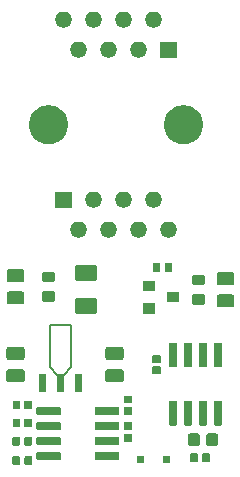
<source format=gbr>
G04 #@! TF.GenerationSoftware,KiCad,Pcbnew,(5.1.5)-3*
G04 #@! TF.CreationDate,2021-02-08T22:28:45-08:00*
G04 #@! TF.ProjectId,MoistureSensor,4d6f6973-7475-4726-9553-656e736f722e,rev?*
G04 #@! TF.SameCoordinates,Original*
G04 #@! TF.FileFunction,Soldermask,Top*
G04 #@! TF.FilePolarity,Negative*
%FSLAX46Y46*%
G04 Gerber Fmt 4.6, Leading zero omitted, Abs format (unit mm)*
G04 Created by KiCad (PCBNEW (5.1.5)-3) date 2021-02-08 22:28:45*
%MOMM*%
%LPD*%
G04 APERTURE LIST*
%ADD10C,0.152400*%
%ADD11C,0.100000*%
G04 APERTURE END LIST*
D10*
X135915400Y-68148200D02*
X135356600Y-68148200D01*
X135915400Y-68148200D02*
X135915400Y-68148200D01*
X136550400Y-67513200D02*
X135915400Y-68148200D01*
X136550400Y-63931800D02*
X136550400Y-67513200D01*
X134721600Y-63931800D02*
X136550400Y-63931800D01*
X134721600Y-67513200D02*
X134721600Y-63931800D01*
X135356600Y-68148200D02*
X134721600Y-67513200D01*
X135356600Y-68148200D02*
X135356600Y-68148200D01*
D11*
G36*
X132129497Y-75069476D02*
G01*
X132147774Y-75075020D01*
X132164608Y-75084018D01*
X132179368Y-75096132D01*
X132191482Y-75110892D01*
X132200480Y-75127726D01*
X132206024Y-75146003D01*
X132208500Y-75171140D01*
X132208500Y-75704860D01*
X132206024Y-75729997D01*
X132200480Y-75748274D01*
X132191482Y-75765108D01*
X132179368Y-75779868D01*
X132164608Y-75791982D01*
X132147774Y-75800980D01*
X132129497Y-75806524D01*
X132104360Y-75809000D01*
X131670640Y-75809000D01*
X131645503Y-75806524D01*
X131627226Y-75800980D01*
X131610392Y-75791982D01*
X131595632Y-75779868D01*
X131583518Y-75765108D01*
X131574520Y-75748274D01*
X131568976Y-75729997D01*
X131566500Y-75704860D01*
X131566500Y-75171140D01*
X131568976Y-75146003D01*
X131574520Y-75127726D01*
X131583518Y-75110892D01*
X131595632Y-75096132D01*
X131610392Y-75084018D01*
X131627226Y-75075020D01*
X131645503Y-75069476D01*
X131670640Y-75067000D01*
X132104360Y-75067000D01*
X132129497Y-75069476D01*
G37*
G36*
X133149497Y-75069476D02*
G01*
X133167774Y-75075020D01*
X133184608Y-75084018D01*
X133199368Y-75096132D01*
X133211482Y-75110892D01*
X133220480Y-75127726D01*
X133226024Y-75146003D01*
X133228500Y-75171140D01*
X133228500Y-75704860D01*
X133226024Y-75729997D01*
X133220480Y-75748274D01*
X133211482Y-75765108D01*
X133199368Y-75779868D01*
X133184608Y-75791982D01*
X133167774Y-75800980D01*
X133149497Y-75806524D01*
X133124360Y-75809000D01*
X132690640Y-75809000D01*
X132665503Y-75806524D01*
X132647226Y-75800980D01*
X132630392Y-75791982D01*
X132615632Y-75779868D01*
X132603518Y-75765108D01*
X132594520Y-75748274D01*
X132588976Y-75729997D01*
X132586500Y-75704860D01*
X132586500Y-75171140D01*
X132588976Y-75146003D01*
X132594520Y-75127726D01*
X132603518Y-75110892D01*
X132615632Y-75096132D01*
X132630392Y-75084018D01*
X132647226Y-75075020D01*
X132665503Y-75069476D01*
X132690640Y-75067000D01*
X133124360Y-75067000D01*
X133149497Y-75069476D01*
G37*
G36*
X144911000Y-75612000D02*
G01*
X144309000Y-75612000D01*
X144309000Y-75010000D01*
X144911000Y-75010000D01*
X144911000Y-75612000D01*
G37*
G36*
X142711000Y-75612000D02*
G01*
X142109000Y-75612000D01*
X142109000Y-75010000D01*
X142711000Y-75010000D01*
X142711000Y-75612000D01*
G37*
G36*
X148198997Y-74815476D02*
G01*
X148217274Y-74821020D01*
X148234108Y-74830018D01*
X148248868Y-74842132D01*
X148260982Y-74856892D01*
X148269980Y-74873726D01*
X148275524Y-74892003D01*
X148278000Y-74917140D01*
X148278000Y-75450860D01*
X148275524Y-75475997D01*
X148269980Y-75494274D01*
X148260982Y-75511108D01*
X148248868Y-75525868D01*
X148234108Y-75537982D01*
X148217274Y-75546980D01*
X148198997Y-75552524D01*
X148173860Y-75555000D01*
X147740140Y-75555000D01*
X147715003Y-75552524D01*
X147696726Y-75546980D01*
X147679892Y-75537982D01*
X147665132Y-75525868D01*
X147653018Y-75511108D01*
X147644020Y-75494274D01*
X147638476Y-75475997D01*
X147636000Y-75450860D01*
X147636000Y-74917140D01*
X147638476Y-74892003D01*
X147644020Y-74873726D01*
X147653018Y-74856892D01*
X147665132Y-74842132D01*
X147679892Y-74830018D01*
X147696726Y-74821020D01*
X147715003Y-74815476D01*
X147740140Y-74813000D01*
X148173860Y-74813000D01*
X148198997Y-74815476D01*
G37*
G36*
X147178997Y-74815476D02*
G01*
X147197274Y-74821020D01*
X147214108Y-74830018D01*
X147228868Y-74842132D01*
X147240982Y-74856892D01*
X147249980Y-74873726D01*
X147255524Y-74892003D01*
X147258000Y-74917140D01*
X147258000Y-75450860D01*
X147255524Y-75475997D01*
X147249980Y-75494274D01*
X147240982Y-75511108D01*
X147228868Y-75525868D01*
X147214108Y-75537982D01*
X147197274Y-75546980D01*
X147178997Y-75552524D01*
X147153860Y-75555000D01*
X146720140Y-75555000D01*
X146695003Y-75552524D01*
X146676726Y-75546980D01*
X146659892Y-75537982D01*
X146645132Y-75525868D01*
X146633018Y-75511108D01*
X146624020Y-75494274D01*
X146618476Y-75475997D01*
X146616000Y-75450860D01*
X146616000Y-74917140D01*
X146618476Y-74892003D01*
X146624020Y-74873726D01*
X146633018Y-74856892D01*
X146645132Y-74842132D01*
X146659892Y-74830018D01*
X146676726Y-74821020D01*
X146695003Y-74815476D01*
X146720140Y-74813000D01*
X147153860Y-74813000D01*
X147178997Y-74815476D01*
G37*
G36*
X140506428Y-74708764D02*
G01*
X140527509Y-74715160D01*
X140546945Y-74725548D01*
X140563976Y-74739524D01*
X140577952Y-74756555D01*
X140588340Y-74775991D01*
X140594736Y-74797072D01*
X140597500Y-74825140D01*
X140597500Y-75288860D01*
X140594736Y-75316928D01*
X140588340Y-75338009D01*
X140577952Y-75357445D01*
X140563976Y-75374476D01*
X140546945Y-75388452D01*
X140527509Y-75398840D01*
X140506428Y-75405236D01*
X140478360Y-75408000D01*
X138664640Y-75408000D01*
X138636572Y-75405236D01*
X138615491Y-75398840D01*
X138596055Y-75388452D01*
X138579024Y-75374476D01*
X138565048Y-75357445D01*
X138554660Y-75338009D01*
X138548264Y-75316928D01*
X138545500Y-75288860D01*
X138545500Y-74825140D01*
X138548264Y-74797072D01*
X138554660Y-74775991D01*
X138565048Y-74756555D01*
X138579024Y-74739524D01*
X138596055Y-74725548D01*
X138615491Y-74715160D01*
X138636572Y-74708764D01*
X138664640Y-74706000D01*
X140478360Y-74706000D01*
X140506428Y-74708764D01*
G37*
G36*
X135556428Y-74708764D02*
G01*
X135577509Y-74715160D01*
X135596945Y-74725548D01*
X135613976Y-74739524D01*
X135627952Y-74756555D01*
X135638340Y-74775991D01*
X135644736Y-74797072D01*
X135647500Y-74825140D01*
X135647500Y-75288860D01*
X135644736Y-75316928D01*
X135638340Y-75338009D01*
X135627952Y-75357445D01*
X135613976Y-75374476D01*
X135596945Y-75388452D01*
X135577509Y-75398840D01*
X135556428Y-75405236D01*
X135528360Y-75408000D01*
X133714640Y-75408000D01*
X133686572Y-75405236D01*
X133665491Y-75398840D01*
X133646055Y-75388452D01*
X133629024Y-75374476D01*
X133615048Y-75357445D01*
X133604660Y-75338009D01*
X133598264Y-75316928D01*
X133595500Y-75288860D01*
X133595500Y-74825140D01*
X133598264Y-74797072D01*
X133604660Y-74775991D01*
X133615048Y-74756555D01*
X133629024Y-74739524D01*
X133646055Y-74725548D01*
X133665491Y-74715160D01*
X133686572Y-74708764D01*
X133714640Y-74706000D01*
X135528360Y-74706000D01*
X135556428Y-74708764D01*
G37*
G36*
X148825560Y-73138205D02*
G01*
X148860713Y-73148869D01*
X148893110Y-73166186D01*
X148921509Y-73189491D01*
X148944814Y-73217890D01*
X148962131Y-73250287D01*
X148972795Y-73285440D01*
X148977000Y-73328140D01*
X148977000Y-73991860D01*
X148972795Y-74034560D01*
X148962131Y-74069713D01*
X148944814Y-74102110D01*
X148921509Y-74130509D01*
X148893110Y-74153814D01*
X148860713Y-74171131D01*
X148825560Y-74181795D01*
X148782860Y-74186000D01*
X148169140Y-74186000D01*
X148126440Y-74181795D01*
X148091287Y-74171131D01*
X148058890Y-74153814D01*
X148030491Y-74130509D01*
X148007186Y-74102110D01*
X147989869Y-74069713D01*
X147979205Y-74034560D01*
X147975000Y-73991860D01*
X147975000Y-73328140D01*
X147979205Y-73285440D01*
X147989869Y-73250287D01*
X148007186Y-73217890D01*
X148030491Y-73189491D01*
X148058890Y-73166186D01*
X148091287Y-73148869D01*
X148126440Y-73138205D01*
X148169140Y-73134000D01*
X148782860Y-73134000D01*
X148825560Y-73138205D01*
G37*
G36*
X147275560Y-73138205D02*
G01*
X147310713Y-73148869D01*
X147343110Y-73166186D01*
X147371509Y-73189491D01*
X147394814Y-73217890D01*
X147412131Y-73250287D01*
X147422795Y-73285440D01*
X147427000Y-73328140D01*
X147427000Y-73991860D01*
X147422795Y-74034560D01*
X147412131Y-74069713D01*
X147394814Y-74102110D01*
X147371509Y-74130509D01*
X147343110Y-74153814D01*
X147310713Y-74171131D01*
X147275560Y-74181795D01*
X147232860Y-74186000D01*
X146619140Y-74186000D01*
X146576440Y-74181795D01*
X146541287Y-74171131D01*
X146508890Y-74153814D01*
X146480491Y-74130509D01*
X146457186Y-74102110D01*
X146439869Y-74069713D01*
X146429205Y-74034560D01*
X146425000Y-73991860D01*
X146425000Y-73328140D01*
X146429205Y-73285440D01*
X146439869Y-73250287D01*
X146457186Y-73217890D01*
X146480491Y-73189491D01*
X146508890Y-73166186D01*
X146541287Y-73148869D01*
X146576440Y-73138205D01*
X146619140Y-73134000D01*
X147232860Y-73134000D01*
X147275560Y-73138205D01*
G37*
G36*
X132129497Y-73418476D02*
G01*
X132147774Y-73424020D01*
X132164608Y-73433018D01*
X132179368Y-73445132D01*
X132191482Y-73459892D01*
X132200480Y-73476726D01*
X132206024Y-73495003D01*
X132208500Y-73520140D01*
X132208500Y-74053860D01*
X132206024Y-74078997D01*
X132200480Y-74097274D01*
X132191482Y-74114108D01*
X132179368Y-74128868D01*
X132164608Y-74140982D01*
X132147774Y-74149980D01*
X132129497Y-74155524D01*
X132104360Y-74158000D01*
X131670640Y-74158000D01*
X131645503Y-74155524D01*
X131627226Y-74149980D01*
X131610392Y-74140982D01*
X131595632Y-74128868D01*
X131583518Y-74114108D01*
X131574520Y-74097274D01*
X131568976Y-74078997D01*
X131566500Y-74053860D01*
X131566500Y-73520140D01*
X131568976Y-73495003D01*
X131574520Y-73476726D01*
X131583518Y-73459892D01*
X131595632Y-73445132D01*
X131610392Y-73433018D01*
X131627226Y-73424020D01*
X131645503Y-73418476D01*
X131670640Y-73416000D01*
X132104360Y-73416000D01*
X132129497Y-73418476D01*
G37*
G36*
X133149497Y-73418476D02*
G01*
X133167774Y-73424020D01*
X133184608Y-73433018D01*
X133199368Y-73445132D01*
X133211482Y-73459892D01*
X133220480Y-73476726D01*
X133226024Y-73495003D01*
X133228500Y-73520140D01*
X133228500Y-74053860D01*
X133226024Y-74078997D01*
X133220480Y-74097274D01*
X133211482Y-74114108D01*
X133199368Y-74128868D01*
X133184608Y-74140982D01*
X133167774Y-74149980D01*
X133149497Y-74155524D01*
X133124360Y-74158000D01*
X132690640Y-74158000D01*
X132665503Y-74155524D01*
X132647226Y-74149980D01*
X132630392Y-74140982D01*
X132615632Y-74128868D01*
X132603518Y-74114108D01*
X132594520Y-74097274D01*
X132588976Y-74078997D01*
X132586500Y-74053860D01*
X132586500Y-73520140D01*
X132588976Y-73495003D01*
X132594520Y-73476726D01*
X132603518Y-73459892D01*
X132615632Y-73445132D01*
X132630392Y-73433018D01*
X132647226Y-73424020D01*
X132665503Y-73418476D01*
X132690640Y-73416000D01*
X133124360Y-73416000D01*
X133149497Y-73418476D01*
G37*
G36*
X135556428Y-73438764D02*
G01*
X135577509Y-73445160D01*
X135596945Y-73455548D01*
X135613976Y-73469524D01*
X135627952Y-73486555D01*
X135638340Y-73505991D01*
X135644736Y-73527072D01*
X135647500Y-73555140D01*
X135647500Y-74018860D01*
X135644736Y-74046928D01*
X135638340Y-74068009D01*
X135627952Y-74087445D01*
X135613976Y-74104476D01*
X135596945Y-74118452D01*
X135577509Y-74128840D01*
X135556428Y-74135236D01*
X135528360Y-74138000D01*
X133714640Y-74138000D01*
X133686572Y-74135236D01*
X133665491Y-74128840D01*
X133646055Y-74118452D01*
X133629024Y-74104476D01*
X133615048Y-74087445D01*
X133604660Y-74068009D01*
X133598264Y-74046928D01*
X133595500Y-74018860D01*
X133595500Y-73555140D01*
X133598264Y-73527072D01*
X133604660Y-73505991D01*
X133615048Y-73486555D01*
X133629024Y-73469524D01*
X133646055Y-73455548D01*
X133665491Y-73445160D01*
X133686572Y-73438764D01*
X133714640Y-73436000D01*
X135528360Y-73436000D01*
X135556428Y-73438764D01*
G37*
G36*
X140506428Y-73438764D02*
G01*
X140527509Y-73445160D01*
X140546945Y-73455548D01*
X140563976Y-73469524D01*
X140577952Y-73486555D01*
X140588340Y-73505991D01*
X140594736Y-73527072D01*
X140597500Y-73555140D01*
X140597500Y-74018860D01*
X140594736Y-74046928D01*
X140588340Y-74068009D01*
X140577952Y-74087445D01*
X140563976Y-74104476D01*
X140546945Y-74118452D01*
X140527509Y-74128840D01*
X140506428Y-74135236D01*
X140478360Y-74138000D01*
X138664640Y-74138000D01*
X138636572Y-74135236D01*
X138615491Y-74128840D01*
X138596055Y-74118452D01*
X138579024Y-74104476D01*
X138565048Y-74087445D01*
X138554660Y-74068009D01*
X138548264Y-74046928D01*
X138545500Y-74018860D01*
X138545500Y-73555140D01*
X138548264Y-73527072D01*
X138554660Y-73505991D01*
X138565048Y-73486555D01*
X138579024Y-73469524D01*
X138596055Y-73455548D01*
X138615491Y-73445160D01*
X138636572Y-73438764D01*
X138664640Y-73436000D01*
X140478360Y-73436000D01*
X140506428Y-73438764D01*
G37*
G36*
X141642997Y-73216476D02*
G01*
X141661274Y-73222020D01*
X141678108Y-73231018D01*
X141692868Y-73243132D01*
X141704982Y-73257892D01*
X141713980Y-73274726D01*
X141719524Y-73293003D01*
X141722000Y-73318140D01*
X141722000Y-73751860D01*
X141719524Y-73776997D01*
X141713980Y-73795274D01*
X141704982Y-73812108D01*
X141692868Y-73826868D01*
X141678108Y-73838982D01*
X141661274Y-73847980D01*
X141642997Y-73853524D01*
X141617860Y-73856000D01*
X141084140Y-73856000D01*
X141059003Y-73853524D01*
X141040726Y-73847980D01*
X141023892Y-73838982D01*
X141009132Y-73826868D01*
X140997018Y-73812108D01*
X140988020Y-73795274D01*
X140982476Y-73776997D01*
X140980000Y-73751860D01*
X140980000Y-73318140D01*
X140982476Y-73293003D01*
X140988020Y-73274726D01*
X140997018Y-73257892D01*
X141009132Y-73243132D01*
X141023892Y-73231018D01*
X141040726Y-73222020D01*
X141059003Y-73216476D01*
X141084140Y-73214000D01*
X141617860Y-73214000D01*
X141642997Y-73216476D01*
G37*
G36*
X140506428Y-72168764D02*
G01*
X140527509Y-72175160D01*
X140546945Y-72185548D01*
X140563976Y-72199524D01*
X140577952Y-72216555D01*
X140588340Y-72235991D01*
X140594736Y-72257072D01*
X140597500Y-72285140D01*
X140597500Y-72748860D01*
X140594736Y-72776928D01*
X140588340Y-72798009D01*
X140577952Y-72817445D01*
X140563976Y-72834476D01*
X140546945Y-72848452D01*
X140527509Y-72858840D01*
X140506428Y-72865236D01*
X140478360Y-72868000D01*
X138664640Y-72868000D01*
X138636572Y-72865236D01*
X138615491Y-72858840D01*
X138596055Y-72848452D01*
X138579024Y-72834476D01*
X138565048Y-72817445D01*
X138554660Y-72798009D01*
X138548264Y-72776928D01*
X138545500Y-72748860D01*
X138545500Y-72285140D01*
X138548264Y-72257072D01*
X138554660Y-72235991D01*
X138565048Y-72216555D01*
X138579024Y-72199524D01*
X138596055Y-72185548D01*
X138615491Y-72175160D01*
X138636572Y-72168764D01*
X138664640Y-72166000D01*
X140478360Y-72166000D01*
X140506428Y-72168764D01*
G37*
G36*
X135556428Y-72168764D02*
G01*
X135577509Y-72175160D01*
X135596945Y-72185548D01*
X135613976Y-72199524D01*
X135627952Y-72216555D01*
X135638340Y-72235991D01*
X135644736Y-72257072D01*
X135647500Y-72285140D01*
X135647500Y-72748860D01*
X135644736Y-72776928D01*
X135638340Y-72798009D01*
X135627952Y-72817445D01*
X135613976Y-72834476D01*
X135596945Y-72848452D01*
X135577509Y-72858840D01*
X135556428Y-72865236D01*
X135528360Y-72868000D01*
X133714640Y-72868000D01*
X133686572Y-72865236D01*
X133665491Y-72858840D01*
X133646055Y-72848452D01*
X133629024Y-72834476D01*
X133615048Y-72817445D01*
X133604660Y-72798009D01*
X133598264Y-72776928D01*
X133595500Y-72748860D01*
X133595500Y-72285140D01*
X133598264Y-72257072D01*
X133604660Y-72235991D01*
X133615048Y-72216555D01*
X133629024Y-72199524D01*
X133646055Y-72185548D01*
X133665491Y-72175160D01*
X133686572Y-72168764D01*
X133714640Y-72166000D01*
X135528360Y-72166000D01*
X135556428Y-72168764D01*
G37*
G36*
X141642997Y-72196476D02*
G01*
X141661274Y-72202020D01*
X141678108Y-72211018D01*
X141692868Y-72223132D01*
X141704982Y-72237892D01*
X141713980Y-72254726D01*
X141719524Y-72273003D01*
X141722000Y-72298140D01*
X141722000Y-72731860D01*
X141719524Y-72756997D01*
X141713980Y-72775274D01*
X141704982Y-72792108D01*
X141692868Y-72806868D01*
X141678108Y-72818982D01*
X141661274Y-72827980D01*
X141642997Y-72833524D01*
X141617860Y-72836000D01*
X141084140Y-72836000D01*
X141059003Y-72833524D01*
X141040726Y-72827980D01*
X141023892Y-72818982D01*
X141009132Y-72806868D01*
X140997018Y-72792108D01*
X140988020Y-72775274D01*
X140982476Y-72756997D01*
X140980000Y-72731860D01*
X140980000Y-72298140D01*
X140982476Y-72273003D01*
X140988020Y-72254726D01*
X140997018Y-72237892D01*
X141009132Y-72223132D01*
X141023892Y-72211018D01*
X141040726Y-72202020D01*
X141059003Y-72196476D01*
X141084140Y-72194000D01*
X141617860Y-72194000D01*
X141642997Y-72196476D01*
G37*
G36*
X132165476Y-71904572D02*
G01*
X132184681Y-71910398D01*
X132202393Y-71919865D01*
X132217905Y-71932595D01*
X132230635Y-71948107D01*
X132240102Y-71965819D01*
X132245928Y-71985024D01*
X132248500Y-72011140D01*
X132248500Y-72514860D01*
X132245928Y-72540976D01*
X132240102Y-72560181D01*
X132230635Y-72577893D01*
X132217905Y-72593405D01*
X132202393Y-72606135D01*
X132184681Y-72615602D01*
X132165476Y-72621428D01*
X132139360Y-72624000D01*
X131695640Y-72624000D01*
X131669524Y-72621428D01*
X131650319Y-72615602D01*
X131632607Y-72606135D01*
X131617095Y-72593405D01*
X131604365Y-72577893D01*
X131594898Y-72560181D01*
X131589072Y-72540976D01*
X131586500Y-72514860D01*
X131586500Y-72011140D01*
X131589072Y-71985024D01*
X131594898Y-71965819D01*
X131604365Y-71948107D01*
X131617095Y-71932595D01*
X131632607Y-71919865D01*
X131650319Y-71910398D01*
X131669524Y-71904572D01*
X131695640Y-71902000D01*
X132139360Y-71902000D01*
X132165476Y-71904572D01*
G37*
G36*
X133125476Y-71904572D02*
G01*
X133144681Y-71910398D01*
X133162393Y-71919865D01*
X133177905Y-71932595D01*
X133190635Y-71948107D01*
X133200102Y-71965819D01*
X133205928Y-71985024D01*
X133208500Y-72011140D01*
X133208500Y-72514860D01*
X133205928Y-72540976D01*
X133200102Y-72560181D01*
X133190635Y-72577893D01*
X133177905Y-72593405D01*
X133162393Y-72606135D01*
X133144681Y-72615602D01*
X133125476Y-72621428D01*
X133099360Y-72624000D01*
X132655640Y-72624000D01*
X132629524Y-72621428D01*
X132610319Y-72615602D01*
X132592607Y-72606135D01*
X132577095Y-72593405D01*
X132564365Y-72577893D01*
X132554898Y-72560181D01*
X132549072Y-72540976D01*
X132546500Y-72514860D01*
X132546500Y-72011140D01*
X132549072Y-71985024D01*
X132554898Y-71965819D01*
X132564365Y-71948107D01*
X132577095Y-71932595D01*
X132592607Y-71919865D01*
X132610319Y-71910398D01*
X132629524Y-71904572D01*
X132655640Y-71902000D01*
X133099360Y-71902000D01*
X133125476Y-71904572D01*
G37*
G36*
X146690928Y-70412764D02*
G01*
X146712009Y-70419160D01*
X146731445Y-70429548D01*
X146748476Y-70443524D01*
X146762452Y-70460555D01*
X146772840Y-70479991D01*
X146779236Y-70501072D01*
X146782000Y-70529140D01*
X146782000Y-72342860D01*
X146779236Y-72370928D01*
X146772840Y-72392009D01*
X146762452Y-72411445D01*
X146748476Y-72428476D01*
X146731445Y-72442452D01*
X146712009Y-72452840D01*
X146690928Y-72459236D01*
X146662860Y-72462000D01*
X146199140Y-72462000D01*
X146171072Y-72459236D01*
X146149991Y-72452840D01*
X146130555Y-72442452D01*
X146113524Y-72428476D01*
X146099548Y-72411445D01*
X146089160Y-72392009D01*
X146082764Y-72370928D01*
X146080000Y-72342860D01*
X146080000Y-70529140D01*
X146082764Y-70501072D01*
X146089160Y-70479991D01*
X146099548Y-70460555D01*
X146113524Y-70443524D01*
X146130555Y-70429548D01*
X146149991Y-70419160D01*
X146171072Y-70412764D01*
X146199140Y-70410000D01*
X146662860Y-70410000D01*
X146690928Y-70412764D01*
G37*
G36*
X145420928Y-70412764D02*
G01*
X145442009Y-70419160D01*
X145461445Y-70429548D01*
X145478476Y-70443524D01*
X145492452Y-70460555D01*
X145502840Y-70479991D01*
X145509236Y-70501072D01*
X145512000Y-70529140D01*
X145512000Y-72342860D01*
X145509236Y-72370928D01*
X145502840Y-72392009D01*
X145492452Y-72411445D01*
X145478476Y-72428476D01*
X145461445Y-72442452D01*
X145442009Y-72452840D01*
X145420928Y-72459236D01*
X145392860Y-72462000D01*
X144929140Y-72462000D01*
X144901072Y-72459236D01*
X144879991Y-72452840D01*
X144860555Y-72442452D01*
X144843524Y-72428476D01*
X144829548Y-72411445D01*
X144819160Y-72392009D01*
X144812764Y-72370928D01*
X144810000Y-72342860D01*
X144810000Y-70529140D01*
X144812764Y-70501072D01*
X144819160Y-70479991D01*
X144829548Y-70460555D01*
X144843524Y-70443524D01*
X144860555Y-70429548D01*
X144879991Y-70419160D01*
X144901072Y-70412764D01*
X144929140Y-70410000D01*
X145392860Y-70410000D01*
X145420928Y-70412764D01*
G37*
G36*
X149230928Y-70412764D02*
G01*
X149252009Y-70419160D01*
X149271445Y-70429548D01*
X149288476Y-70443524D01*
X149302452Y-70460555D01*
X149312840Y-70479991D01*
X149319236Y-70501072D01*
X149322000Y-70529140D01*
X149322000Y-72342860D01*
X149319236Y-72370928D01*
X149312840Y-72392009D01*
X149302452Y-72411445D01*
X149288476Y-72428476D01*
X149271445Y-72442452D01*
X149252009Y-72452840D01*
X149230928Y-72459236D01*
X149202860Y-72462000D01*
X148739140Y-72462000D01*
X148711072Y-72459236D01*
X148689991Y-72452840D01*
X148670555Y-72442452D01*
X148653524Y-72428476D01*
X148639548Y-72411445D01*
X148629160Y-72392009D01*
X148622764Y-72370928D01*
X148620000Y-72342860D01*
X148620000Y-70529140D01*
X148622764Y-70501072D01*
X148629160Y-70479991D01*
X148639548Y-70460555D01*
X148653524Y-70443524D01*
X148670555Y-70429548D01*
X148689991Y-70419160D01*
X148711072Y-70412764D01*
X148739140Y-70410000D01*
X149202860Y-70410000D01*
X149230928Y-70412764D01*
G37*
G36*
X147960928Y-70412764D02*
G01*
X147982009Y-70419160D01*
X148001445Y-70429548D01*
X148018476Y-70443524D01*
X148032452Y-70460555D01*
X148042840Y-70479991D01*
X148049236Y-70501072D01*
X148052000Y-70529140D01*
X148052000Y-72342860D01*
X148049236Y-72370928D01*
X148042840Y-72392009D01*
X148032452Y-72411445D01*
X148018476Y-72428476D01*
X148001445Y-72442452D01*
X147982009Y-72452840D01*
X147960928Y-72459236D01*
X147932860Y-72462000D01*
X147469140Y-72462000D01*
X147441072Y-72459236D01*
X147419991Y-72452840D01*
X147400555Y-72442452D01*
X147383524Y-72428476D01*
X147369548Y-72411445D01*
X147359160Y-72392009D01*
X147352764Y-72370928D01*
X147350000Y-72342860D01*
X147350000Y-70529140D01*
X147352764Y-70501072D01*
X147359160Y-70479991D01*
X147369548Y-70460555D01*
X147383524Y-70443524D01*
X147400555Y-70429548D01*
X147419991Y-70419160D01*
X147441072Y-70412764D01*
X147469140Y-70410000D01*
X147932860Y-70410000D01*
X147960928Y-70412764D01*
G37*
G36*
X135556428Y-70898764D02*
G01*
X135577509Y-70905160D01*
X135596945Y-70915548D01*
X135613976Y-70929524D01*
X135627952Y-70946555D01*
X135638340Y-70965991D01*
X135644736Y-70987072D01*
X135647500Y-71015140D01*
X135647500Y-71478860D01*
X135644736Y-71506928D01*
X135638340Y-71528009D01*
X135627952Y-71547445D01*
X135613976Y-71564476D01*
X135596945Y-71578452D01*
X135577509Y-71588840D01*
X135556428Y-71595236D01*
X135528360Y-71598000D01*
X133714640Y-71598000D01*
X133686572Y-71595236D01*
X133665491Y-71588840D01*
X133646055Y-71578452D01*
X133629024Y-71564476D01*
X133615048Y-71547445D01*
X133604660Y-71528009D01*
X133598264Y-71506928D01*
X133595500Y-71478860D01*
X133595500Y-71015140D01*
X133598264Y-70987072D01*
X133604660Y-70965991D01*
X133615048Y-70946555D01*
X133629024Y-70929524D01*
X133646055Y-70915548D01*
X133665491Y-70905160D01*
X133686572Y-70898764D01*
X133714640Y-70896000D01*
X135528360Y-70896000D01*
X135556428Y-70898764D01*
G37*
G36*
X140506428Y-70898764D02*
G01*
X140527509Y-70905160D01*
X140546945Y-70915548D01*
X140563976Y-70929524D01*
X140577952Y-70946555D01*
X140588340Y-70965991D01*
X140594736Y-70987072D01*
X140597500Y-71015140D01*
X140597500Y-71478860D01*
X140594736Y-71506928D01*
X140588340Y-71528009D01*
X140577952Y-71547445D01*
X140563976Y-71564476D01*
X140546945Y-71578452D01*
X140527509Y-71588840D01*
X140506428Y-71595236D01*
X140478360Y-71598000D01*
X138664640Y-71598000D01*
X138636572Y-71595236D01*
X138615491Y-71588840D01*
X138596055Y-71578452D01*
X138579024Y-71564476D01*
X138565048Y-71547445D01*
X138554660Y-71528009D01*
X138548264Y-71506928D01*
X138545500Y-71478860D01*
X138545500Y-71015140D01*
X138548264Y-70987072D01*
X138554660Y-70965991D01*
X138565048Y-70946555D01*
X138579024Y-70929524D01*
X138596055Y-70915548D01*
X138615491Y-70905160D01*
X138636572Y-70898764D01*
X138664640Y-70896000D01*
X140478360Y-70896000D01*
X140506428Y-70898764D01*
G37*
G36*
X141628976Y-70890572D02*
G01*
X141648181Y-70896398D01*
X141665893Y-70905865D01*
X141681405Y-70918595D01*
X141694135Y-70934107D01*
X141703602Y-70951819D01*
X141709428Y-70971024D01*
X141712000Y-70997140D01*
X141712000Y-71440860D01*
X141709428Y-71466976D01*
X141703602Y-71486181D01*
X141694135Y-71503893D01*
X141681405Y-71519405D01*
X141665893Y-71532135D01*
X141648181Y-71541602D01*
X141628976Y-71547428D01*
X141602860Y-71550000D01*
X141099140Y-71550000D01*
X141073024Y-71547428D01*
X141053819Y-71541602D01*
X141036107Y-71532135D01*
X141020595Y-71519405D01*
X141007865Y-71503893D01*
X140998398Y-71486181D01*
X140992572Y-71466976D01*
X140990000Y-71440860D01*
X140990000Y-70997140D01*
X140992572Y-70971024D01*
X140998398Y-70951819D01*
X141007865Y-70934107D01*
X141020595Y-70918595D01*
X141036107Y-70905865D01*
X141053819Y-70896398D01*
X141073024Y-70890572D01*
X141099140Y-70888000D01*
X141602860Y-70888000D01*
X141628976Y-70890572D01*
G37*
G36*
X133125476Y-70380572D02*
G01*
X133144681Y-70386398D01*
X133162393Y-70395865D01*
X133177905Y-70408595D01*
X133190635Y-70424107D01*
X133200102Y-70441819D01*
X133205928Y-70461024D01*
X133208500Y-70487140D01*
X133208500Y-70990860D01*
X133205928Y-71016976D01*
X133200102Y-71036181D01*
X133190635Y-71053893D01*
X133177905Y-71069405D01*
X133162393Y-71082135D01*
X133144681Y-71091602D01*
X133125476Y-71097428D01*
X133099360Y-71100000D01*
X132655640Y-71100000D01*
X132629524Y-71097428D01*
X132610319Y-71091602D01*
X132592607Y-71082135D01*
X132577095Y-71069405D01*
X132564365Y-71053893D01*
X132554898Y-71036181D01*
X132549072Y-71016976D01*
X132546500Y-70990860D01*
X132546500Y-70487140D01*
X132549072Y-70461024D01*
X132554898Y-70441819D01*
X132564365Y-70424107D01*
X132577095Y-70408595D01*
X132592607Y-70395865D01*
X132610319Y-70386398D01*
X132629524Y-70380572D01*
X132655640Y-70378000D01*
X133099360Y-70378000D01*
X133125476Y-70380572D01*
G37*
G36*
X132165476Y-70380572D02*
G01*
X132184681Y-70386398D01*
X132202393Y-70395865D01*
X132217905Y-70408595D01*
X132230635Y-70424107D01*
X132240102Y-70441819D01*
X132245928Y-70461024D01*
X132248500Y-70487140D01*
X132248500Y-70990860D01*
X132245928Y-71016976D01*
X132240102Y-71036181D01*
X132230635Y-71053893D01*
X132217905Y-71069405D01*
X132202393Y-71082135D01*
X132184681Y-71091602D01*
X132165476Y-71097428D01*
X132139360Y-71100000D01*
X131695640Y-71100000D01*
X131669524Y-71097428D01*
X131650319Y-71091602D01*
X131632607Y-71082135D01*
X131617095Y-71069405D01*
X131604365Y-71053893D01*
X131594898Y-71036181D01*
X131589072Y-71016976D01*
X131586500Y-70990860D01*
X131586500Y-70487140D01*
X131589072Y-70461024D01*
X131594898Y-70441819D01*
X131604365Y-70424107D01*
X131617095Y-70408595D01*
X131632607Y-70395865D01*
X131650319Y-70386398D01*
X131669524Y-70380572D01*
X131695640Y-70378000D01*
X132139360Y-70378000D01*
X132165476Y-70380572D01*
G37*
G36*
X141628976Y-69930572D02*
G01*
X141648181Y-69936398D01*
X141665893Y-69945865D01*
X141681405Y-69958595D01*
X141694135Y-69974107D01*
X141703602Y-69991819D01*
X141709428Y-70011024D01*
X141712000Y-70037140D01*
X141712000Y-70480860D01*
X141709428Y-70506976D01*
X141703602Y-70526181D01*
X141694135Y-70543893D01*
X141681405Y-70559405D01*
X141665893Y-70572135D01*
X141648181Y-70581602D01*
X141628976Y-70587428D01*
X141602860Y-70590000D01*
X141099140Y-70590000D01*
X141073024Y-70587428D01*
X141053819Y-70581602D01*
X141036107Y-70572135D01*
X141020595Y-70559405D01*
X141007865Y-70543893D01*
X140998398Y-70526181D01*
X140992572Y-70506976D01*
X140990000Y-70480860D01*
X140990000Y-70037140D01*
X140992572Y-70011024D01*
X140998398Y-69991819D01*
X141007865Y-69974107D01*
X141020595Y-69958595D01*
X141036107Y-69945865D01*
X141053819Y-69936398D01*
X141073024Y-69930572D01*
X141099140Y-69928000D01*
X141602860Y-69928000D01*
X141628976Y-69930572D01*
G37*
G36*
X134429700Y-69596200D02*
G01*
X133845100Y-69596200D01*
X133845100Y-68097200D01*
X134429700Y-68097200D01*
X134429700Y-69596200D01*
G37*
G36*
X135966400Y-69596200D02*
G01*
X135305600Y-69596200D01*
X135305600Y-68097200D01*
X135966400Y-68097200D01*
X135966400Y-69596200D01*
G37*
G36*
X137426900Y-69596200D02*
G01*
X136842300Y-69596200D01*
X136842300Y-68097200D01*
X137426900Y-68097200D01*
X137426900Y-69596200D01*
G37*
G36*
X140812434Y-67713686D02*
G01*
X140852284Y-67725774D01*
X140888999Y-67745399D01*
X140921186Y-67771814D01*
X140947601Y-67804001D01*
X140967226Y-67840716D01*
X140979314Y-67880566D01*
X140984000Y-67928141D01*
X140984000Y-68591859D01*
X140979314Y-68639434D01*
X140967226Y-68679284D01*
X140947601Y-68715999D01*
X140921186Y-68748186D01*
X140888999Y-68774601D01*
X140852284Y-68794226D01*
X140812434Y-68806314D01*
X140764859Y-68811000D01*
X139651141Y-68811000D01*
X139603566Y-68806314D01*
X139563716Y-68794226D01*
X139527001Y-68774601D01*
X139494814Y-68748186D01*
X139468399Y-68715999D01*
X139448774Y-68679284D01*
X139436686Y-68639434D01*
X139432000Y-68591859D01*
X139432000Y-67928141D01*
X139436686Y-67880566D01*
X139448774Y-67840716D01*
X139468399Y-67804001D01*
X139494814Y-67771814D01*
X139527001Y-67745399D01*
X139563716Y-67725774D01*
X139603566Y-67713686D01*
X139651141Y-67709000D01*
X140764859Y-67709000D01*
X140812434Y-67713686D01*
G37*
G36*
X132430434Y-67713686D02*
G01*
X132470284Y-67725774D01*
X132506999Y-67745399D01*
X132539186Y-67771814D01*
X132565601Y-67804001D01*
X132585226Y-67840716D01*
X132597314Y-67880566D01*
X132602000Y-67928141D01*
X132602000Y-68591859D01*
X132597314Y-68639434D01*
X132585226Y-68679284D01*
X132565601Y-68715999D01*
X132539186Y-68748186D01*
X132506999Y-68774601D01*
X132470284Y-68794226D01*
X132430434Y-68806314D01*
X132382859Y-68811000D01*
X131269141Y-68811000D01*
X131221566Y-68806314D01*
X131181716Y-68794226D01*
X131145001Y-68774601D01*
X131112814Y-68748186D01*
X131086399Y-68715999D01*
X131066774Y-68679284D01*
X131054686Y-68639434D01*
X131050000Y-68591859D01*
X131050000Y-67928141D01*
X131054686Y-67880566D01*
X131066774Y-67840716D01*
X131086399Y-67804001D01*
X131112814Y-67771814D01*
X131145001Y-67745399D01*
X131181716Y-67725774D01*
X131221566Y-67713686D01*
X131269141Y-67709000D01*
X132382859Y-67709000D01*
X132430434Y-67713686D01*
G37*
G36*
X144041976Y-67461572D02*
G01*
X144061181Y-67467398D01*
X144078893Y-67476865D01*
X144094405Y-67489595D01*
X144107135Y-67505107D01*
X144116602Y-67522819D01*
X144122428Y-67542024D01*
X144125000Y-67568140D01*
X144125000Y-68011860D01*
X144122428Y-68037976D01*
X144116602Y-68057181D01*
X144107135Y-68074893D01*
X144094405Y-68090405D01*
X144078893Y-68103135D01*
X144061181Y-68112602D01*
X144041976Y-68118428D01*
X144015860Y-68121000D01*
X143512140Y-68121000D01*
X143486024Y-68118428D01*
X143466819Y-68112602D01*
X143449107Y-68103135D01*
X143433595Y-68090405D01*
X143420865Y-68074893D01*
X143411398Y-68057181D01*
X143405572Y-68037976D01*
X143403000Y-68011860D01*
X143403000Y-67568140D01*
X143405572Y-67542024D01*
X143411398Y-67522819D01*
X143420865Y-67505107D01*
X143433595Y-67489595D01*
X143449107Y-67476865D01*
X143466819Y-67467398D01*
X143486024Y-67461572D01*
X143512140Y-67459000D01*
X144015860Y-67459000D01*
X144041976Y-67461572D01*
G37*
G36*
X147960928Y-65462764D02*
G01*
X147982009Y-65469160D01*
X148001445Y-65479548D01*
X148018476Y-65493524D01*
X148032452Y-65510555D01*
X148042840Y-65529991D01*
X148049236Y-65551072D01*
X148052000Y-65579140D01*
X148052000Y-67392860D01*
X148049236Y-67420928D01*
X148042840Y-67442009D01*
X148032452Y-67461445D01*
X148018476Y-67478476D01*
X148001445Y-67492452D01*
X147982009Y-67502840D01*
X147960928Y-67509236D01*
X147932860Y-67512000D01*
X147469140Y-67512000D01*
X147441072Y-67509236D01*
X147419991Y-67502840D01*
X147400555Y-67492452D01*
X147383524Y-67478476D01*
X147369548Y-67461445D01*
X147359160Y-67442009D01*
X147352764Y-67420928D01*
X147350000Y-67392860D01*
X147350000Y-65579140D01*
X147352764Y-65551072D01*
X147359160Y-65529991D01*
X147369548Y-65510555D01*
X147383524Y-65493524D01*
X147400555Y-65479548D01*
X147419991Y-65469160D01*
X147441072Y-65462764D01*
X147469140Y-65460000D01*
X147932860Y-65460000D01*
X147960928Y-65462764D01*
G37*
G36*
X146690928Y-65462764D02*
G01*
X146712009Y-65469160D01*
X146731445Y-65479548D01*
X146748476Y-65493524D01*
X146762452Y-65510555D01*
X146772840Y-65529991D01*
X146779236Y-65551072D01*
X146782000Y-65579140D01*
X146782000Y-67392860D01*
X146779236Y-67420928D01*
X146772840Y-67442009D01*
X146762452Y-67461445D01*
X146748476Y-67478476D01*
X146731445Y-67492452D01*
X146712009Y-67502840D01*
X146690928Y-67509236D01*
X146662860Y-67512000D01*
X146199140Y-67512000D01*
X146171072Y-67509236D01*
X146149991Y-67502840D01*
X146130555Y-67492452D01*
X146113524Y-67478476D01*
X146099548Y-67461445D01*
X146089160Y-67442009D01*
X146082764Y-67420928D01*
X146080000Y-67392860D01*
X146080000Y-65579140D01*
X146082764Y-65551072D01*
X146089160Y-65529991D01*
X146099548Y-65510555D01*
X146113524Y-65493524D01*
X146130555Y-65479548D01*
X146149991Y-65469160D01*
X146171072Y-65462764D01*
X146199140Y-65460000D01*
X146662860Y-65460000D01*
X146690928Y-65462764D01*
G37*
G36*
X149230928Y-65462764D02*
G01*
X149252009Y-65469160D01*
X149271445Y-65479548D01*
X149288476Y-65493524D01*
X149302452Y-65510555D01*
X149312840Y-65529991D01*
X149319236Y-65551072D01*
X149322000Y-65579140D01*
X149322000Y-67392860D01*
X149319236Y-67420928D01*
X149312840Y-67442009D01*
X149302452Y-67461445D01*
X149288476Y-67478476D01*
X149271445Y-67492452D01*
X149252009Y-67502840D01*
X149230928Y-67509236D01*
X149202860Y-67512000D01*
X148739140Y-67512000D01*
X148711072Y-67509236D01*
X148689991Y-67502840D01*
X148670555Y-67492452D01*
X148653524Y-67478476D01*
X148639548Y-67461445D01*
X148629160Y-67442009D01*
X148622764Y-67420928D01*
X148620000Y-67392860D01*
X148620000Y-65579140D01*
X148622764Y-65551072D01*
X148629160Y-65529991D01*
X148639548Y-65510555D01*
X148653524Y-65493524D01*
X148670555Y-65479548D01*
X148689991Y-65469160D01*
X148711072Y-65462764D01*
X148739140Y-65460000D01*
X149202860Y-65460000D01*
X149230928Y-65462764D01*
G37*
G36*
X145420928Y-65462764D02*
G01*
X145442009Y-65469160D01*
X145461445Y-65479548D01*
X145478476Y-65493524D01*
X145492452Y-65510555D01*
X145502840Y-65529991D01*
X145509236Y-65551072D01*
X145512000Y-65579140D01*
X145512000Y-67392860D01*
X145509236Y-67420928D01*
X145502840Y-67442009D01*
X145492452Y-67461445D01*
X145478476Y-67478476D01*
X145461445Y-67492452D01*
X145442009Y-67502840D01*
X145420928Y-67509236D01*
X145392860Y-67512000D01*
X144929140Y-67512000D01*
X144901072Y-67509236D01*
X144879991Y-67502840D01*
X144860555Y-67492452D01*
X144843524Y-67478476D01*
X144829548Y-67461445D01*
X144819160Y-67442009D01*
X144812764Y-67420928D01*
X144810000Y-67392860D01*
X144810000Y-65579140D01*
X144812764Y-65551072D01*
X144819160Y-65529991D01*
X144829548Y-65510555D01*
X144843524Y-65493524D01*
X144860555Y-65479548D01*
X144879991Y-65469160D01*
X144901072Y-65462764D01*
X144929140Y-65460000D01*
X145392860Y-65460000D01*
X145420928Y-65462764D01*
G37*
G36*
X144041976Y-66501572D02*
G01*
X144061181Y-66507398D01*
X144078893Y-66516865D01*
X144094405Y-66529595D01*
X144107135Y-66545107D01*
X144116602Y-66562819D01*
X144122428Y-66582024D01*
X144125000Y-66608140D01*
X144125000Y-67051860D01*
X144122428Y-67077976D01*
X144116602Y-67097181D01*
X144107135Y-67114893D01*
X144094405Y-67130405D01*
X144078893Y-67143135D01*
X144061181Y-67152602D01*
X144041976Y-67158428D01*
X144015860Y-67161000D01*
X143512140Y-67161000D01*
X143486024Y-67158428D01*
X143466819Y-67152602D01*
X143449107Y-67143135D01*
X143433595Y-67130405D01*
X143420865Y-67114893D01*
X143411398Y-67097181D01*
X143405572Y-67077976D01*
X143403000Y-67051860D01*
X143403000Y-66608140D01*
X143405572Y-66582024D01*
X143411398Y-66562819D01*
X143420865Y-66545107D01*
X143433595Y-66529595D01*
X143449107Y-66516865D01*
X143466819Y-66507398D01*
X143486024Y-66501572D01*
X143512140Y-66499000D01*
X144015860Y-66499000D01*
X144041976Y-66501572D01*
G37*
G36*
X140812434Y-65813686D02*
G01*
X140852284Y-65825774D01*
X140888999Y-65845399D01*
X140921186Y-65871814D01*
X140947601Y-65904001D01*
X140967226Y-65940716D01*
X140979314Y-65980566D01*
X140984000Y-66028141D01*
X140984000Y-66691859D01*
X140979314Y-66739434D01*
X140967226Y-66779284D01*
X140947601Y-66815999D01*
X140921186Y-66848186D01*
X140888999Y-66874601D01*
X140852284Y-66894226D01*
X140812434Y-66906314D01*
X140764859Y-66911000D01*
X139651141Y-66911000D01*
X139603566Y-66906314D01*
X139563716Y-66894226D01*
X139527001Y-66874601D01*
X139494814Y-66848186D01*
X139468399Y-66815999D01*
X139448774Y-66779284D01*
X139436686Y-66739434D01*
X139432000Y-66691859D01*
X139432000Y-66028141D01*
X139436686Y-65980566D01*
X139448774Y-65940716D01*
X139468399Y-65904001D01*
X139494814Y-65871814D01*
X139527001Y-65845399D01*
X139563716Y-65825774D01*
X139603566Y-65813686D01*
X139651141Y-65809000D01*
X140764859Y-65809000D01*
X140812434Y-65813686D01*
G37*
G36*
X132430434Y-65813686D02*
G01*
X132470284Y-65825774D01*
X132506999Y-65845399D01*
X132539186Y-65871814D01*
X132565601Y-65904001D01*
X132585226Y-65940716D01*
X132597314Y-65980566D01*
X132602000Y-66028141D01*
X132602000Y-66691859D01*
X132597314Y-66739434D01*
X132585226Y-66779284D01*
X132565601Y-66815999D01*
X132539186Y-66848186D01*
X132506999Y-66874601D01*
X132470284Y-66894226D01*
X132430434Y-66906314D01*
X132382859Y-66911000D01*
X131269141Y-66911000D01*
X131221566Y-66906314D01*
X131181716Y-66894226D01*
X131145001Y-66874601D01*
X131112814Y-66848186D01*
X131086399Y-66815999D01*
X131066774Y-66779284D01*
X131054686Y-66739434D01*
X131050000Y-66691859D01*
X131050000Y-66028141D01*
X131054686Y-65980566D01*
X131066774Y-65940716D01*
X131086399Y-65904001D01*
X131112814Y-65871814D01*
X131145001Y-65845399D01*
X131181716Y-65825774D01*
X131221566Y-65813686D01*
X131269141Y-65809000D01*
X132382859Y-65809000D01*
X132430434Y-65813686D01*
G37*
G36*
X138563604Y-61688347D02*
G01*
X138600144Y-61699432D01*
X138633821Y-61717433D01*
X138663341Y-61741659D01*
X138687567Y-61771179D01*
X138705568Y-61804856D01*
X138716653Y-61841396D01*
X138721000Y-61885538D01*
X138721000Y-62834462D01*
X138716653Y-62878604D01*
X138705568Y-62915144D01*
X138687567Y-62948821D01*
X138663341Y-62978341D01*
X138633821Y-63002567D01*
X138600144Y-63020568D01*
X138563604Y-63031653D01*
X138519462Y-63036000D01*
X137070538Y-63036000D01*
X137026396Y-63031653D01*
X136989856Y-63020568D01*
X136956179Y-63002567D01*
X136926659Y-62978341D01*
X136902433Y-62948821D01*
X136884432Y-62915144D01*
X136873347Y-62878604D01*
X136869000Y-62834462D01*
X136869000Y-61885538D01*
X136873347Y-61841396D01*
X136884432Y-61804856D01*
X136902433Y-61771179D01*
X136926659Y-61741659D01*
X136956179Y-61717433D01*
X136989856Y-61699432D01*
X137026396Y-61688347D01*
X137070538Y-61684000D01*
X138519462Y-61684000D01*
X138563604Y-61688347D01*
G37*
G36*
X143646000Y-62996000D02*
G01*
X142644000Y-62996000D01*
X142644000Y-62094000D01*
X143646000Y-62094000D01*
X143646000Y-62996000D01*
G37*
G36*
X150190468Y-61363565D02*
G01*
X150229138Y-61375296D01*
X150264777Y-61394346D01*
X150296017Y-61419983D01*
X150321654Y-61451223D01*
X150340704Y-61486862D01*
X150352435Y-61525532D01*
X150357000Y-61571888D01*
X150357000Y-62223112D01*
X150352435Y-62269468D01*
X150340704Y-62308138D01*
X150321654Y-62343777D01*
X150296017Y-62375017D01*
X150264777Y-62400654D01*
X150229138Y-62419704D01*
X150190468Y-62431435D01*
X150144112Y-62436000D01*
X149067888Y-62436000D01*
X149021532Y-62431435D01*
X148982862Y-62419704D01*
X148947223Y-62400654D01*
X148915983Y-62375017D01*
X148890346Y-62343777D01*
X148871296Y-62308138D01*
X148859565Y-62269468D01*
X148855000Y-62223112D01*
X148855000Y-61571888D01*
X148859565Y-61525532D01*
X148871296Y-61486862D01*
X148890346Y-61451223D01*
X148915983Y-61419983D01*
X148947223Y-61394346D01*
X148982862Y-61375296D01*
X149021532Y-61363565D01*
X149067888Y-61359000D01*
X150144112Y-61359000D01*
X150190468Y-61363565D01*
G37*
G36*
X147714683Y-61337725D02*
G01*
X147745143Y-61346966D01*
X147773223Y-61361974D01*
X147797831Y-61382169D01*
X147818026Y-61406777D01*
X147833034Y-61434857D01*
X147842275Y-61465317D01*
X147846000Y-61503140D01*
X147846000Y-62066860D01*
X147842275Y-62104683D01*
X147833034Y-62135143D01*
X147818026Y-62163223D01*
X147797831Y-62187831D01*
X147773223Y-62208026D01*
X147745143Y-62223034D01*
X147714683Y-62232275D01*
X147676860Y-62236000D01*
X146963140Y-62236000D01*
X146925317Y-62232275D01*
X146894857Y-62223034D01*
X146866777Y-62208026D01*
X146842169Y-62187831D01*
X146821974Y-62163223D01*
X146806966Y-62135143D01*
X146797725Y-62104683D01*
X146794000Y-62066860D01*
X146794000Y-61503140D01*
X146797725Y-61465317D01*
X146806966Y-61434857D01*
X146821974Y-61406777D01*
X146842169Y-61382169D01*
X146866777Y-61361974D01*
X146894857Y-61346966D01*
X146925317Y-61337725D01*
X146963140Y-61334000D01*
X147676860Y-61334000D01*
X147714683Y-61337725D01*
G37*
G36*
X132410468Y-61109565D02*
G01*
X132449138Y-61121296D01*
X132484777Y-61140346D01*
X132516017Y-61165983D01*
X132541654Y-61197223D01*
X132560704Y-61232862D01*
X132572435Y-61271532D01*
X132577000Y-61317888D01*
X132577000Y-61969112D01*
X132572435Y-62015468D01*
X132560704Y-62054138D01*
X132541654Y-62089777D01*
X132516017Y-62121017D01*
X132484777Y-62146654D01*
X132449138Y-62165704D01*
X132410468Y-62177435D01*
X132364112Y-62182000D01*
X131287888Y-62182000D01*
X131241532Y-62177435D01*
X131202862Y-62165704D01*
X131167223Y-62146654D01*
X131135983Y-62121017D01*
X131110346Y-62089777D01*
X131091296Y-62054138D01*
X131079565Y-62015468D01*
X131075000Y-61969112D01*
X131075000Y-61317888D01*
X131079565Y-61271532D01*
X131091296Y-61232862D01*
X131110346Y-61197223D01*
X131135983Y-61165983D01*
X131167223Y-61140346D01*
X131202862Y-61121296D01*
X131241532Y-61109565D01*
X131287888Y-61105000D01*
X132364112Y-61105000D01*
X132410468Y-61109565D01*
G37*
G36*
X145646000Y-62046000D02*
G01*
X144644000Y-62046000D01*
X144644000Y-61144000D01*
X145646000Y-61144000D01*
X145646000Y-62046000D01*
G37*
G36*
X135014683Y-61083725D02*
G01*
X135045143Y-61092966D01*
X135073223Y-61107974D01*
X135097831Y-61128169D01*
X135118026Y-61152777D01*
X135133034Y-61180857D01*
X135142275Y-61211317D01*
X135146000Y-61249140D01*
X135146000Y-61812860D01*
X135142275Y-61850683D01*
X135133034Y-61881143D01*
X135118026Y-61909223D01*
X135097831Y-61933831D01*
X135073223Y-61954026D01*
X135045143Y-61969034D01*
X135014683Y-61978275D01*
X134976860Y-61982000D01*
X134263140Y-61982000D01*
X134225317Y-61978275D01*
X134194857Y-61969034D01*
X134166777Y-61954026D01*
X134142169Y-61933831D01*
X134121974Y-61909223D01*
X134106966Y-61881143D01*
X134097725Y-61850683D01*
X134094000Y-61812860D01*
X134094000Y-61249140D01*
X134097725Y-61211317D01*
X134106966Y-61180857D01*
X134121974Y-61152777D01*
X134142169Y-61128169D01*
X134166777Y-61107974D01*
X134194857Y-61092966D01*
X134225317Y-61083725D01*
X134263140Y-61080000D01*
X134976860Y-61080000D01*
X135014683Y-61083725D01*
G37*
G36*
X143646000Y-61096000D02*
G01*
X142644000Y-61096000D01*
X142644000Y-60194000D01*
X143646000Y-60194000D01*
X143646000Y-61096000D01*
G37*
G36*
X147714683Y-59687725D02*
G01*
X147745143Y-59696966D01*
X147773223Y-59711974D01*
X147797831Y-59732169D01*
X147818026Y-59756777D01*
X147833034Y-59784857D01*
X147842275Y-59815317D01*
X147846000Y-59853140D01*
X147846000Y-60416860D01*
X147842275Y-60454683D01*
X147833034Y-60485143D01*
X147818026Y-60513223D01*
X147797831Y-60537831D01*
X147773223Y-60558026D01*
X147745143Y-60573034D01*
X147714683Y-60582275D01*
X147676860Y-60586000D01*
X146963140Y-60586000D01*
X146925317Y-60582275D01*
X146894857Y-60573034D01*
X146866777Y-60558026D01*
X146842169Y-60537831D01*
X146821974Y-60513223D01*
X146806966Y-60485143D01*
X146797725Y-60454683D01*
X146794000Y-60416860D01*
X146794000Y-59853140D01*
X146797725Y-59815317D01*
X146806966Y-59784857D01*
X146821974Y-59756777D01*
X146842169Y-59732169D01*
X146866777Y-59711974D01*
X146894857Y-59696966D01*
X146925317Y-59687725D01*
X146963140Y-59684000D01*
X147676860Y-59684000D01*
X147714683Y-59687725D01*
G37*
G36*
X150190468Y-59488565D02*
G01*
X150229138Y-59500296D01*
X150264777Y-59519346D01*
X150296017Y-59544983D01*
X150321654Y-59576223D01*
X150340704Y-59611862D01*
X150352435Y-59650532D01*
X150357000Y-59696888D01*
X150357000Y-60348112D01*
X150352435Y-60394468D01*
X150340704Y-60433138D01*
X150321654Y-60468777D01*
X150296017Y-60500017D01*
X150264777Y-60525654D01*
X150229138Y-60544704D01*
X150190468Y-60556435D01*
X150144112Y-60561000D01*
X149067888Y-60561000D01*
X149021532Y-60556435D01*
X148982862Y-60544704D01*
X148947223Y-60525654D01*
X148915983Y-60500017D01*
X148890346Y-60468777D01*
X148871296Y-60433138D01*
X148859565Y-60394468D01*
X148855000Y-60348112D01*
X148855000Y-59696888D01*
X148859565Y-59650532D01*
X148871296Y-59611862D01*
X148890346Y-59576223D01*
X148915983Y-59544983D01*
X148947223Y-59519346D01*
X148982862Y-59500296D01*
X149021532Y-59488565D01*
X149067888Y-59484000D01*
X150144112Y-59484000D01*
X150190468Y-59488565D01*
G37*
G36*
X135014683Y-59433725D02*
G01*
X135045143Y-59442966D01*
X135073223Y-59457974D01*
X135097831Y-59478169D01*
X135118026Y-59502777D01*
X135133034Y-59530857D01*
X135142275Y-59561317D01*
X135146000Y-59599140D01*
X135146000Y-60162860D01*
X135142275Y-60200683D01*
X135133034Y-60231143D01*
X135118026Y-60259223D01*
X135097831Y-60283831D01*
X135073223Y-60304026D01*
X135045143Y-60319034D01*
X135014683Y-60328275D01*
X134976860Y-60332000D01*
X134263140Y-60332000D01*
X134225317Y-60328275D01*
X134194857Y-60319034D01*
X134166777Y-60304026D01*
X134142169Y-60283831D01*
X134121974Y-60259223D01*
X134106966Y-60231143D01*
X134097725Y-60200683D01*
X134094000Y-60162860D01*
X134094000Y-59599140D01*
X134097725Y-59561317D01*
X134106966Y-59530857D01*
X134121974Y-59502777D01*
X134142169Y-59478169D01*
X134166777Y-59457974D01*
X134194857Y-59442966D01*
X134225317Y-59433725D01*
X134263140Y-59430000D01*
X134976860Y-59430000D01*
X135014683Y-59433725D01*
G37*
G36*
X132410468Y-59234565D02*
G01*
X132449138Y-59246296D01*
X132484777Y-59265346D01*
X132516017Y-59290983D01*
X132541654Y-59322223D01*
X132560704Y-59357862D01*
X132572435Y-59396532D01*
X132577000Y-59442888D01*
X132577000Y-60094112D01*
X132572435Y-60140468D01*
X132560704Y-60179138D01*
X132541654Y-60214777D01*
X132516017Y-60246017D01*
X132484777Y-60271654D01*
X132449138Y-60290704D01*
X132410468Y-60302435D01*
X132364112Y-60307000D01*
X131287888Y-60307000D01*
X131241532Y-60302435D01*
X131202862Y-60290704D01*
X131167223Y-60271654D01*
X131135983Y-60246017D01*
X131110346Y-60214777D01*
X131091296Y-60179138D01*
X131079565Y-60140468D01*
X131075000Y-60094112D01*
X131075000Y-59442888D01*
X131079565Y-59396532D01*
X131091296Y-59357862D01*
X131110346Y-59322223D01*
X131135983Y-59290983D01*
X131167223Y-59265346D01*
X131202862Y-59246296D01*
X131241532Y-59234565D01*
X131287888Y-59230000D01*
X132364112Y-59230000D01*
X132410468Y-59234565D01*
G37*
G36*
X138563604Y-58888347D02*
G01*
X138600144Y-58899432D01*
X138633821Y-58917433D01*
X138663341Y-58941659D01*
X138687567Y-58971179D01*
X138705568Y-59004856D01*
X138716653Y-59041396D01*
X138721000Y-59085538D01*
X138721000Y-60034462D01*
X138716653Y-60078604D01*
X138705568Y-60115144D01*
X138687567Y-60148821D01*
X138663341Y-60178341D01*
X138633821Y-60202567D01*
X138600144Y-60220568D01*
X138563604Y-60231653D01*
X138519462Y-60236000D01*
X137070538Y-60236000D01*
X137026396Y-60231653D01*
X136989856Y-60220568D01*
X136956179Y-60202567D01*
X136926659Y-60178341D01*
X136902433Y-60148821D01*
X136884432Y-60115144D01*
X136873347Y-60078604D01*
X136869000Y-60034462D01*
X136869000Y-59085538D01*
X136873347Y-59041396D01*
X136884432Y-59004856D01*
X136902433Y-58971179D01*
X136926659Y-58941659D01*
X136956179Y-58917433D01*
X136989856Y-58899432D01*
X137026396Y-58888347D01*
X137070538Y-58884000D01*
X138519462Y-58884000D01*
X138563604Y-58888347D01*
G37*
G36*
X144001997Y-58686476D02*
G01*
X144020274Y-58692020D01*
X144037108Y-58701018D01*
X144051868Y-58713132D01*
X144063982Y-58727892D01*
X144072980Y-58744726D01*
X144078524Y-58763003D01*
X144081000Y-58788140D01*
X144081000Y-59321860D01*
X144078524Y-59346997D01*
X144072980Y-59365274D01*
X144063982Y-59382108D01*
X144051868Y-59396868D01*
X144037108Y-59408982D01*
X144020274Y-59417980D01*
X144001997Y-59423524D01*
X143976860Y-59426000D01*
X143543140Y-59426000D01*
X143518003Y-59423524D01*
X143499726Y-59417980D01*
X143482892Y-59408982D01*
X143468132Y-59396868D01*
X143456018Y-59382108D01*
X143447020Y-59365274D01*
X143441476Y-59346997D01*
X143439000Y-59321860D01*
X143439000Y-58788140D01*
X143441476Y-58763003D01*
X143447020Y-58744726D01*
X143456018Y-58727892D01*
X143468132Y-58713132D01*
X143482892Y-58701018D01*
X143499726Y-58692020D01*
X143518003Y-58686476D01*
X143543140Y-58684000D01*
X143976860Y-58684000D01*
X144001997Y-58686476D01*
G37*
G36*
X145021997Y-58686476D02*
G01*
X145040274Y-58692020D01*
X145057108Y-58701018D01*
X145071868Y-58713132D01*
X145083982Y-58727892D01*
X145092980Y-58744726D01*
X145098524Y-58763003D01*
X145101000Y-58788140D01*
X145101000Y-59321860D01*
X145098524Y-59346997D01*
X145092980Y-59365274D01*
X145083982Y-59382108D01*
X145071868Y-59396868D01*
X145057108Y-59408982D01*
X145040274Y-59417980D01*
X145021997Y-59423524D01*
X144996860Y-59426000D01*
X144563140Y-59426000D01*
X144538003Y-59423524D01*
X144519726Y-59417980D01*
X144502892Y-59408982D01*
X144488132Y-59396868D01*
X144476018Y-59382108D01*
X144467020Y-59365274D01*
X144461476Y-59346997D01*
X144459000Y-59321860D01*
X144459000Y-58788140D01*
X144461476Y-58763003D01*
X144467020Y-58744726D01*
X144476018Y-58727892D01*
X144488132Y-58713132D01*
X144502892Y-58701018D01*
X144519726Y-58692020D01*
X144538003Y-58686476D01*
X144563140Y-58684000D01*
X144996860Y-58684000D01*
X145021997Y-58686476D01*
G37*
G36*
X144979806Y-55221324D02*
G01*
X145104467Y-55272960D01*
X145104469Y-55272961D01*
X145216662Y-55347926D01*
X145312074Y-55443338D01*
X145312075Y-55443340D01*
X145387040Y-55555533D01*
X145438676Y-55680194D01*
X145465000Y-55812532D01*
X145465000Y-55947468D01*
X145438676Y-56079806D01*
X145387040Y-56204467D01*
X145387039Y-56204469D01*
X145312074Y-56316662D01*
X145216662Y-56412074D01*
X145104469Y-56487039D01*
X145104468Y-56487040D01*
X145104467Y-56487040D01*
X144979806Y-56538676D01*
X144847468Y-56565000D01*
X144712532Y-56565000D01*
X144580194Y-56538676D01*
X144455533Y-56487040D01*
X144455532Y-56487040D01*
X144455531Y-56487039D01*
X144343338Y-56412074D01*
X144247926Y-56316662D01*
X144172961Y-56204469D01*
X144172960Y-56204467D01*
X144121324Y-56079806D01*
X144095000Y-55947468D01*
X144095000Y-55812532D01*
X144121324Y-55680194D01*
X144172960Y-55555533D01*
X144247925Y-55443340D01*
X144247926Y-55443338D01*
X144343338Y-55347926D01*
X144455531Y-55272961D01*
X144455533Y-55272960D01*
X144580194Y-55221324D01*
X144712532Y-55195000D01*
X144847468Y-55195000D01*
X144979806Y-55221324D01*
G37*
G36*
X142439806Y-55221324D02*
G01*
X142564467Y-55272960D01*
X142564469Y-55272961D01*
X142676662Y-55347926D01*
X142772074Y-55443338D01*
X142772075Y-55443340D01*
X142847040Y-55555533D01*
X142898676Y-55680194D01*
X142925000Y-55812532D01*
X142925000Y-55947468D01*
X142898676Y-56079806D01*
X142847040Y-56204467D01*
X142847039Y-56204469D01*
X142772074Y-56316662D01*
X142676662Y-56412074D01*
X142564469Y-56487039D01*
X142564468Y-56487040D01*
X142564467Y-56487040D01*
X142439806Y-56538676D01*
X142307468Y-56565000D01*
X142172532Y-56565000D01*
X142040194Y-56538676D01*
X141915533Y-56487040D01*
X141915532Y-56487040D01*
X141915531Y-56487039D01*
X141803338Y-56412074D01*
X141707926Y-56316662D01*
X141632961Y-56204469D01*
X141632960Y-56204467D01*
X141581324Y-56079806D01*
X141555000Y-55947468D01*
X141555000Y-55812532D01*
X141581324Y-55680194D01*
X141632960Y-55555533D01*
X141707925Y-55443340D01*
X141707926Y-55443338D01*
X141803338Y-55347926D01*
X141915531Y-55272961D01*
X141915533Y-55272960D01*
X142040194Y-55221324D01*
X142172532Y-55195000D01*
X142307468Y-55195000D01*
X142439806Y-55221324D01*
G37*
G36*
X139899806Y-55221324D02*
G01*
X140024467Y-55272960D01*
X140024469Y-55272961D01*
X140136662Y-55347926D01*
X140232074Y-55443338D01*
X140232075Y-55443340D01*
X140307040Y-55555533D01*
X140358676Y-55680194D01*
X140385000Y-55812532D01*
X140385000Y-55947468D01*
X140358676Y-56079806D01*
X140307040Y-56204467D01*
X140307039Y-56204469D01*
X140232074Y-56316662D01*
X140136662Y-56412074D01*
X140024469Y-56487039D01*
X140024468Y-56487040D01*
X140024467Y-56487040D01*
X139899806Y-56538676D01*
X139767468Y-56565000D01*
X139632532Y-56565000D01*
X139500194Y-56538676D01*
X139375533Y-56487040D01*
X139375532Y-56487040D01*
X139375531Y-56487039D01*
X139263338Y-56412074D01*
X139167926Y-56316662D01*
X139092961Y-56204469D01*
X139092960Y-56204467D01*
X139041324Y-56079806D01*
X139015000Y-55947468D01*
X139015000Y-55812532D01*
X139041324Y-55680194D01*
X139092960Y-55555533D01*
X139167925Y-55443340D01*
X139167926Y-55443338D01*
X139263338Y-55347926D01*
X139375531Y-55272961D01*
X139375533Y-55272960D01*
X139500194Y-55221324D01*
X139632532Y-55195000D01*
X139767468Y-55195000D01*
X139899806Y-55221324D01*
G37*
G36*
X137359806Y-55221324D02*
G01*
X137484467Y-55272960D01*
X137484469Y-55272961D01*
X137596662Y-55347926D01*
X137692074Y-55443338D01*
X137692075Y-55443340D01*
X137767040Y-55555533D01*
X137818676Y-55680194D01*
X137845000Y-55812532D01*
X137845000Y-55947468D01*
X137818676Y-56079806D01*
X137767040Y-56204467D01*
X137767039Y-56204469D01*
X137692074Y-56316662D01*
X137596662Y-56412074D01*
X137484469Y-56487039D01*
X137484468Y-56487040D01*
X137484467Y-56487040D01*
X137359806Y-56538676D01*
X137227468Y-56565000D01*
X137092532Y-56565000D01*
X136960194Y-56538676D01*
X136835533Y-56487040D01*
X136835532Y-56487040D01*
X136835531Y-56487039D01*
X136723338Y-56412074D01*
X136627926Y-56316662D01*
X136552961Y-56204469D01*
X136552960Y-56204467D01*
X136501324Y-56079806D01*
X136475000Y-55947468D01*
X136475000Y-55812532D01*
X136501324Y-55680194D01*
X136552960Y-55555533D01*
X136627925Y-55443340D01*
X136627926Y-55443338D01*
X136723338Y-55347926D01*
X136835531Y-55272961D01*
X136835533Y-55272960D01*
X136960194Y-55221324D01*
X137092532Y-55195000D01*
X137227468Y-55195000D01*
X137359806Y-55221324D01*
G37*
G36*
X141169806Y-52681324D02*
G01*
X141294467Y-52732960D01*
X141294469Y-52732961D01*
X141406662Y-52807926D01*
X141502074Y-52903338D01*
X141502075Y-52903340D01*
X141577040Y-53015533D01*
X141628676Y-53140194D01*
X141655000Y-53272532D01*
X141655000Y-53407468D01*
X141628676Y-53539806D01*
X141577040Y-53664467D01*
X141577039Y-53664469D01*
X141502074Y-53776662D01*
X141406662Y-53872074D01*
X141294469Y-53947039D01*
X141294468Y-53947040D01*
X141294467Y-53947040D01*
X141169806Y-53998676D01*
X141037468Y-54025000D01*
X140902532Y-54025000D01*
X140770194Y-53998676D01*
X140645533Y-53947040D01*
X140645532Y-53947040D01*
X140645531Y-53947039D01*
X140533338Y-53872074D01*
X140437926Y-53776662D01*
X140362961Y-53664469D01*
X140362960Y-53664467D01*
X140311324Y-53539806D01*
X140285000Y-53407468D01*
X140285000Y-53272532D01*
X140311324Y-53140194D01*
X140362960Y-53015533D01*
X140437925Y-52903340D01*
X140437926Y-52903338D01*
X140533338Y-52807926D01*
X140645531Y-52732961D01*
X140645533Y-52732960D01*
X140770194Y-52681324D01*
X140902532Y-52655000D01*
X141037468Y-52655000D01*
X141169806Y-52681324D01*
G37*
G36*
X138629806Y-52681324D02*
G01*
X138754467Y-52732960D01*
X138754469Y-52732961D01*
X138866662Y-52807926D01*
X138962074Y-52903338D01*
X138962075Y-52903340D01*
X139037040Y-53015533D01*
X139088676Y-53140194D01*
X139115000Y-53272532D01*
X139115000Y-53407468D01*
X139088676Y-53539806D01*
X139037040Y-53664467D01*
X139037039Y-53664469D01*
X138962074Y-53776662D01*
X138866662Y-53872074D01*
X138754469Y-53947039D01*
X138754468Y-53947040D01*
X138754467Y-53947040D01*
X138629806Y-53998676D01*
X138497468Y-54025000D01*
X138362532Y-54025000D01*
X138230194Y-53998676D01*
X138105533Y-53947040D01*
X138105532Y-53947040D01*
X138105531Y-53947039D01*
X137993338Y-53872074D01*
X137897926Y-53776662D01*
X137822961Y-53664469D01*
X137822960Y-53664467D01*
X137771324Y-53539806D01*
X137745000Y-53407468D01*
X137745000Y-53272532D01*
X137771324Y-53140194D01*
X137822960Y-53015533D01*
X137897925Y-52903340D01*
X137897926Y-52903338D01*
X137993338Y-52807926D01*
X138105531Y-52732961D01*
X138105533Y-52732960D01*
X138230194Y-52681324D01*
X138362532Y-52655000D01*
X138497468Y-52655000D01*
X138629806Y-52681324D01*
G37*
G36*
X136575000Y-54025000D02*
G01*
X135205000Y-54025000D01*
X135205000Y-52655000D01*
X136575000Y-52655000D01*
X136575000Y-54025000D01*
G37*
G36*
X143709806Y-52681324D02*
G01*
X143834467Y-52732960D01*
X143834469Y-52732961D01*
X143946662Y-52807926D01*
X144042074Y-52903338D01*
X144042075Y-52903340D01*
X144117040Y-53015533D01*
X144168676Y-53140194D01*
X144195000Y-53272532D01*
X144195000Y-53407468D01*
X144168676Y-53539806D01*
X144117040Y-53664467D01*
X144117039Y-53664469D01*
X144042074Y-53776662D01*
X143946662Y-53872074D01*
X143834469Y-53947039D01*
X143834468Y-53947040D01*
X143834467Y-53947040D01*
X143709806Y-53998676D01*
X143577468Y-54025000D01*
X143442532Y-54025000D01*
X143310194Y-53998676D01*
X143185533Y-53947040D01*
X143185532Y-53947040D01*
X143185531Y-53947039D01*
X143073338Y-53872074D01*
X142977926Y-53776662D01*
X142902961Y-53664469D01*
X142902960Y-53664467D01*
X142851324Y-53539806D01*
X142825000Y-53407468D01*
X142825000Y-53272532D01*
X142851324Y-53140194D01*
X142902960Y-53015533D01*
X142977925Y-52903340D01*
X142977926Y-52903338D01*
X143073338Y-52807926D01*
X143185531Y-52732961D01*
X143185533Y-52732960D01*
X143310194Y-52681324D01*
X143442532Y-52655000D01*
X143577468Y-52655000D01*
X143709806Y-52681324D01*
G37*
G36*
X134995256Y-45381298D02*
G01*
X135101579Y-45402447D01*
X135402042Y-45526903D01*
X135672451Y-45707585D01*
X135902415Y-45937549D01*
X136083097Y-46207958D01*
X136207553Y-46508421D01*
X136271000Y-46827391D01*
X136271000Y-47152609D01*
X136207553Y-47471579D01*
X136083097Y-47772042D01*
X135902415Y-48042451D01*
X135672451Y-48272415D01*
X135402042Y-48453097D01*
X135101579Y-48577553D01*
X134995256Y-48598702D01*
X134782611Y-48641000D01*
X134457389Y-48641000D01*
X134244744Y-48598702D01*
X134138421Y-48577553D01*
X133837958Y-48453097D01*
X133567549Y-48272415D01*
X133337585Y-48042451D01*
X133156903Y-47772042D01*
X133032447Y-47471579D01*
X132969000Y-47152609D01*
X132969000Y-46827391D01*
X133032447Y-46508421D01*
X133156903Y-46207958D01*
X133337585Y-45937549D01*
X133567549Y-45707585D01*
X133837958Y-45526903D01*
X134138421Y-45402447D01*
X134244744Y-45381298D01*
X134457389Y-45339000D01*
X134782611Y-45339000D01*
X134995256Y-45381298D01*
G37*
G36*
X146425256Y-45381298D02*
G01*
X146531579Y-45402447D01*
X146832042Y-45526903D01*
X147102451Y-45707585D01*
X147332415Y-45937549D01*
X147513097Y-46207958D01*
X147637553Y-46508421D01*
X147701000Y-46827391D01*
X147701000Y-47152609D01*
X147637553Y-47471579D01*
X147513097Y-47772042D01*
X147332415Y-48042451D01*
X147102451Y-48272415D01*
X146832042Y-48453097D01*
X146531579Y-48577553D01*
X146425256Y-48598702D01*
X146212611Y-48641000D01*
X145887389Y-48641000D01*
X145674744Y-48598702D01*
X145568421Y-48577553D01*
X145267958Y-48453097D01*
X144997549Y-48272415D01*
X144767585Y-48042451D01*
X144586903Y-47772042D01*
X144462447Y-47471579D01*
X144399000Y-47152609D01*
X144399000Y-46827391D01*
X144462447Y-46508421D01*
X144586903Y-46207958D01*
X144767585Y-45937549D01*
X144997549Y-45707585D01*
X145267958Y-45526903D01*
X145568421Y-45402447D01*
X145674744Y-45381298D01*
X145887389Y-45339000D01*
X146212611Y-45339000D01*
X146425256Y-45381298D01*
G37*
G36*
X137359806Y-39981324D02*
G01*
X137484467Y-40032960D01*
X137484469Y-40032961D01*
X137596662Y-40107926D01*
X137692074Y-40203338D01*
X137692075Y-40203340D01*
X137767040Y-40315533D01*
X137818676Y-40440194D01*
X137845000Y-40572532D01*
X137845000Y-40707468D01*
X137818676Y-40839806D01*
X137767040Y-40964467D01*
X137767039Y-40964469D01*
X137692074Y-41076662D01*
X137596662Y-41172074D01*
X137484469Y-41247039D01*
X137484468Y-41247040D01*
X137484467Y-41247040D01*
X137359806Y-41298676D01*
X137227468Y-41325000D01*
X137092532Y-41325000D01*
X136960194Y-41298676D01*
X136835533Y-41247040D01*
X136835532Y-41247040D01*
X136835531Y-41247039D01*
X136723338Y-41172074D01*
X136627926Y-41076662D01*
X136552961Y-40964469D01*
X136552960Y-40964467D01*
X136501324Y-40839806D01*
X136475000Y-40707468D01*
X136475000Y-40572532D01*
X136501324Y-40440194D01*
X136552960Y-40315533D01*
X136627925Y-40203340D01*
X136627926Y-40203338D01*
X136723338Y-40107926D01*
X136835531Y-40032961D01*
X136835533Y-40032960D01*
X136960194Y-39981324D01*
X137092532Y-39955000D01*
X137227468Y-39955000D01*
X137359806Y-39981324D01*
G37*
G36*
X145465000Y-41325000D02*
G01*
X144095000Y-41325000D01*
X144095000Y-39955000D01*
X145465000Y-39955000D01*
X145465000Y-41325000D01*
G37*
G36*
X142439806Y-39981324D02*
G01*
X142564467Y-40032960D01*
X142564469Y-40032961D01*
X142676662Y-40107926D01*
X142772074Y-40203338D01*
X142772075Y-40203340D01*
X142847040Y-40315533D01*
X142898676Y-40440194D01*
X142925000Y-40572532D01*
X142925000Y-40707468D01*
X142898676Y-40839806D01*
X142847040Y-40964467D01*
X142847039Y-40964469D01*
X142772074Y-41076662D01*
X142676662Y-41172074D01*
X142564469Y-41247039D01*
X142564468Y-41247040D01*
X142564467Y-41247040D01*
X142439806Y-41298676D01*
X142307468Y-41325000D01*
X142172532Y-41325000D01*
X142040194Y-41298676D01*
X141915533Y-41247040D01*
X141915532Y-41247040D01*
X141915531Y-41247039D01*
X141803338Y-41172074D01*
X141707926Y-41076662D01*
X141632961Y-40964469D01*
X141632960Y-40964467D01*
X141581324Y-40839806D01*
X141555000Y-40707468D01*
X141555000Y-40572532D01*
X141581324Y-40440194D01*
X141632960Y-40315533D01*
X141707925Y-40203340D01*
X141707926Y-40203338D01*
X141803338Y-40107926D01*
X141915531Y-40032961D01*
X141915533Y-40032960D01*
X142040194Y-39981324D01*
X142172532Y-39955000D01*
X142307468Y-39955000D01*
X142439806Y-39981324D01*
G37*
G36*
X139899806Y-39981324D02*
G01*
X140024467Y-40032960D01*
X140024469Y-40032961D01*
X140136662Y-40107926D01*
X140232074Y-40203338D01*
X140232075Y-40203340D01*
X140307040Y-40315533D01*
X140358676Y-40440194D01*
X140385000Y-40572532D01*
X140385000Y-40707468D01*
X140358676Y-40839806D01*
X140307040Y-40964467D01*
X140307039Y-40964469D01*
X140232074Y-41076662D01*
X140136662Y-41172074D01*
X140024469Y-41247039D01*
X140024468Y-41247040D01*
X140024467Y-41247040D01*
X139899806Y-41298676D01*
X139767468Y-41325000D01*
X139632532Y-41325000D01*
X139500194Y-41298676D01*
X139375533Y-41247040D01*
X139375532Y-41247040D01*
X139375531Y-41247039D01*
X139263338Y-41172074D01*
X139167926Y-41076662D01*
X139092961Y-40964469D01*
X139092960Y-40964467D01*
X139041324Y-40839806D01*
X139015000Y-40707468D01*
X139015000Y-40572532D01*
X139041324Y-40440194D01*
X139092960Y-40315533D01*
X139167925Y-40203340D01*
X139167926Y-40203338D01*
X139263338Y-40107926D01*
X139375531Y-40032961D01*
X139375533Y-40032960D01*
X139500194Y-39981324D01*
X139632532Y-39955000D01*
X139767468Y-39955000D01*
X139899806Y-39981324D01*
G37*
G36*
X143709806Y-37441324D02*
G01*
X143834467Y-37492960D01*
X143834469Y-37492961D01*
X143946662Y-37567926D01*
X144042074Y-37663338D01*
X144042075Y-37663340D01*
X144117040Y-37775533D01*
X144168676Y-37900194D01*
X144195000Y-38032532D01*
X144195000Y-38167468D01*
X144168676Y-38299806D01*
X144117040Y-38424467D01*
X144117039Y-38424469D01*
X144042074Y-38536662D01*
X143946662Y-38632074D01*
X143834469Y-38707039D01*
X143834468Y-38707040D01*
X143834467Y-38707040D01*
X143709806Y-38758676D01*
X143577468Y-38785000D01*
X143442532Y-38785000D01*
X143310194Y-38758676D01*
X143185533Y-38707040D01*
X143185532Y-38707040D01*
X143185531Y-38707039D01*
X143073338Y-38632074D01*
X142977926Y-38536662D01*
X142902961Y-38424469D01*
X142902960Y-38424467D01*
X142851324Y-38299806D01*
X142825000Y-38167468D01*
X142825000Y-38032532D01*
X142851324Y-37900194D01*
X142902960Y-37775533D01*
X142977925Y-37663340D01*
X142977926Y-37663338D01*
X143073338Y-37567926D01*
X143185531Y-37492961D01*
X143185533Y-37492960D01*
X143310194Y-37441324D01*
X143442532Y-37415000D01*
X143577468Y-37415000D01*
X143709806Y-37441324D01*
G37*
G36*
X141169806Y-37441324D02*
G01*
X141294467Y-37492960D01*
X141294469Y-37492961D01*
X141406662Y-37567926D01*
X141502074Y-37663338D01*
X141502075Y-37663340D01*
X141577040Y-37775533D01*
X141628676Y-37900194D01*
X141655000Y-38032532D01*
X141655000Y-38167468D01*
X141628676Y-38299806D01*
X141577040Y-38424467D01*
X141577039Y-38424469D01*
X141502074Y-38536662D01*
X141406662Y-38632074D01*
X141294469Y-38707039D01*
X141294468Y-38707040D01*
X141294467Y-38707040D01*
X141169806Y-38758676D01*
X141037468Y-38785000D01*
X140902532Y-38785000D01*
X140770194Y-38758676D01*
X140645533Y-38707040D01*
X140645532Y-38707040D01*
X140645531Y-38707039D01*
X140533338Y-38632074D01*
X140437926Y-38536662D01*
X140362961Y-38424469D01*
X140362960Y-38424467D01*
X140311324Y-38299806D01*
X140285000Y-38167468D01*
X140285000Y-38032532D01*
X140311324Y-37900194D01*
X140362960Y-37775533D01*
X140437925Y-37663340D01*
X140437926Y-37663338D01*
X140533338Y-37567926D01*
X140645531Y-37492961D01*
X140645533Y-37492960D01*
X140770194Y-37441324D01*
X140902532Y-37415000D01*
X141037468Y-37415000D01*
X141169806Y-37441324D01*
G37*
G36*
X138629806Y-37441324D02*
G01*
X138754467Y-37492960D01*
X138754469Y-37492961D01*
X138866662Y-37567926D01*
X138962074Y-37663338D01*
X138962075Y-37663340D01*
X139037040Y-37775533D01*
X139088676Y-37900194D01*
X139115000Y-38032532D01*
X139115000Y-38167468D01*
X139088676Y-38299806D01*
X139037040Y-38424467D01*
X139037039Y-38424469D01*
X138962074Y-38536662D01*
X138866662Y-38632074D01*
X138754469Y-38707039D01*
X138754468Y-38707040D01*
X138754467Y-38707040D01*
X138629806Y-38758676D01*
X138497468Y-38785000D01*
X138362532Y-38785000D01*
X138230194Y-38758676D01*
X138105533Y-38707040D01*
X138105532Y-38707040D01*
X138105531Y-38707039D01*
X137993338Y-38632074D01*
X137897926Y-38536662D01*
X137822961Y-38424469D01*
X137822960Y-38424467D01*
X137771324Y-38299806D01*
X137745000Y-38167468D01*
X137745000Y-38032532D01*
X137771324Y-37900194D01*
X137822960Y-37775533D01*
X137897925Y-37663340D01*
X137897926Y-37663338D01*
X137993338Y-37567926D01*
X138105531Y-37492961D01*
X138105533Y-37492960D01*
X138230194Y-37441324D01*
X138362532Y-37415000D01*
X138497468Y-37415000D01*
X138629806Y-37441324D01*
G37*
G36*
X136089806Y-37441324D02*
G01*
X136214467Y-37492960D01*
X136214469Y-37492961D01*
X136326662Y-37567926D01*
X136422074Y-37663338D01*
X136422075Y-37663340D01*
X136497040Y-37775533D01*
X136548676Y-37900194D01*
X136575000Y-38032532D01*
X136575000Y-38167468D01*
X136548676Y-38299806D01*
X136497040Y-38424467D01*
X136497039Y-38424469D01*
X136422074Y-38536662D01*
X136326662Y-38632074D01*
X136214469Y-38707039D01*
X136214468Y-38707040D01*
X136214467Y-38707040D01*
X136089806Y-38758676D01*
X135957468Y-38785000D01*
X135822532Y-38785000D01*
X135690194Y-38758676D01*
X135565533Y-38707040D01*
X135565532Y-38707040D01*
X135565531Y-38707039D01*
X135453338Y-38632074D01*
X135357926Y-38536662D01*
X135282961Y-38424469D01*
X135282960Y-38424467D01*
X135231324Y-38299806D01*
X135205000Y-38167468D01*
X135205000Y-38032532D01*
X135231324Y-37900194D01*
X135282960Y-37775533D01*
X135357925Y-37663340D01*
X135357926Y-37663338D01*
X135453338Y-37567926D01*
X135565531Y-37492961D01*
X135565533Y-37492960D01*
X135690194Y-37441324D01*
X135822532Y-37415000D01*
X135957468Y-37415000D01*
X136089806Y-37441324D01*
G37*
M02*

</source>
